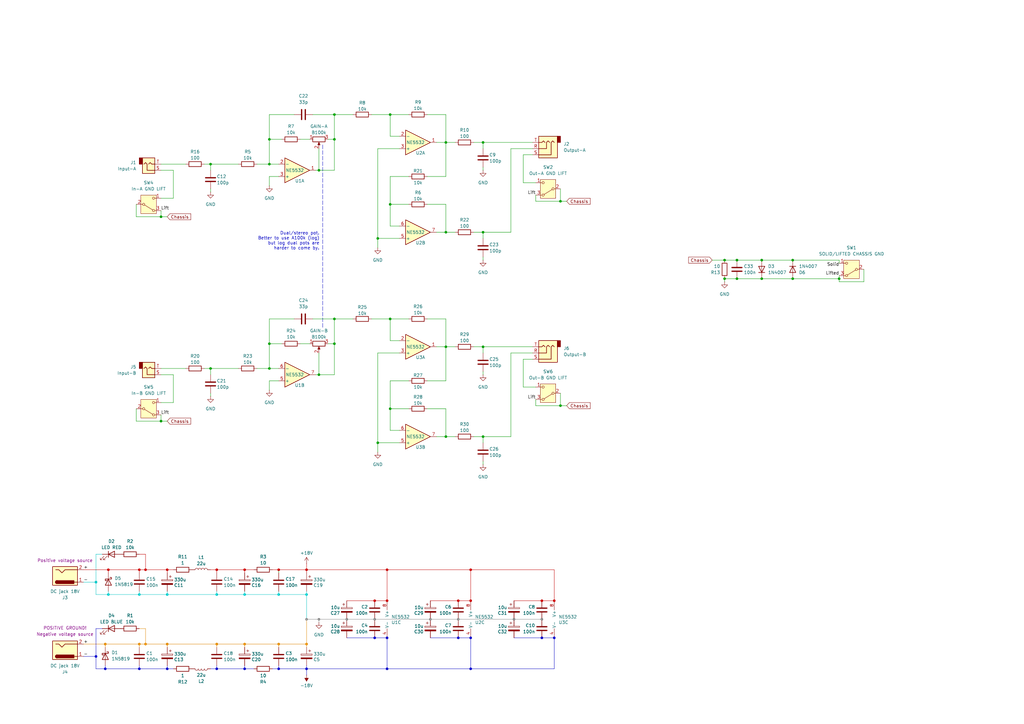
<source format=kicad_sch>
(kicad_sch (version 20250114) (generator "eeschema") (generator_version "9.0")
  (paper "A3")
  (title_block (title "Wenzel’s Transparent Balancing Opamp Boost") (date "February 2026") (rev "r2-wip-1"))
  (text "Dual/stereo pot.\nBetter to use A100k (log)\nbut log dual pots are\nharder to come by." (at 131.064 98.806 0) (effects (font (size 1.27 1.27)) (justify right)))
  (junction (at 312.42 114.3))
  (junction (at 114.3 264.16) (color 221 133 0 1))
  (junction (at 229.87 82.55))
  (junction (at 182.88 58.42))
  (junction (at 182.88 179.07))
  (junction (at 302.26 114.3))
  (junction (at 114.3 243.84) (color 0 194 194 1))
  (junction (at 68.58 233.68) (color 194 0 0 1))
  (junction (at 57.15 264.16) (color 221 133 0 1))
  (junction (at 297.18 114.3))
  (junction (at 125.73 264.16) (color 221 133 0 1))
  (junction (at 222.25 261.62) (color 0 0 194 1))
  (junction (at 100.33 274.32) (color 0 0 194 1))
  (junction (at 158.75 274.32) (color 0 0 194 1))
  (junction (at 312.42 106.68))
  (junction (at 100.33 243.84) (color 0 194 194 1))
  (junction (at 344.17 114.3))
  (junction (at 39.37 238.76) (color 0 194 194 1))
  (junction (at 182.88 95.25))
  (junction (at 86.36 151.13))
  (junction (at 130.81 153.67))
  (junction (at 193.04 261.62) (color 0 0 194 1))
  (junction (at 68.58 243.84) (color 0 194 194 1))
  (junction (at 193.04 274.32) (color 0 0 194 1))
  (junction (at 153.67 246.38) (color 194 0 0 1))
  (junction (at 176.53 254) (color 132 132 132 1))
  (junction (at 59.69 233.68) (color 194 0 0 1))
  (junction (at 57.15 274.32) (color 0 0 194 1))
  (junction (at 154.94 181.61))
  (junction (at 302.26 106.68))
  (junction (at 325.12 114.3))
  (junction (at 110.49 151.13))
  (junction (at 160.02 83.82))
  (junction (at 210.82 254) (color 132 132 132 1))
  (junction (at 160.02 130.81))
  (junction (at 114.3 233.68) (color 194 0 0 1))
  (junction (at 110.49 67.31))
  (junction (at 227.33 261.62) (color 0 0 194 1))
  (junction (at 100.33 264.16) (color 221 133 0 1))
  (junction (at 137.16 46.99))
  (junction (at 44.45 233.68) (color 194 0 0 1))
  (junction (at 187.96 261.62) (color 0 0 194 1))
  (junction (at 193.04 246.38) (color 194 0 0 1))
  (junction (at 182.88 142.24))
  (junction (at 187.96 246.38) (color 194 0 0 1))
  (junction (at 57.15 233.68) (color 194 0 0 1))
  (junction (at 297.18 106.68))
  (junction (at 43.18 264.16) (color 221 133 0 1))
  (junction (at 43.18 274.32) (color 0 0 194 1))
  (junction (at 88.9 233.68) (color 194 0 0 1))
  (junction (at 154.94 97.79))
  (junction (at 222.25 254) (color 132 132 132 1))
  (junction (at 158.75 246.38) (color 194 0 0 1))
  (junction (at 100.33 233.68) (color 194 0 0 1))
  (junction (at 66.04 172.72))
  (junction (at 68.58 274.32) (color 0 0 194 1))
  (junction (at 130.81 254) (color 132 132 132 1))
  (junction (at 222.25 246.38) (color 194 0 0 1))
  (junction (at 153.67 261.62) (color 0 0 194 1))
  (junction (at 325.12 106.68))
  (junction (at 198.12 95.25))
  (junction (at 88.9 274.32) (color 0 0 194 1))
  (junction (at 110.49 140.97))
  (junction (at 110.49 57.15))
  (junction (at 130.81 69.85))
  (junction (at 193.04 233.68) (color 194 0 0 1))
  (junction (at 57.15 243.84) (color 0 194 194 1))
  (junction (at 137.16 57.15))
  (junction (at 160.02 167.64))
  (junction (at 198.12 179.07))
  (junction (at 59.69 264.16) (color 221 133 0 1))
  (junction (at 137.16 140.97))
  (junction (at 187.96 254) (color 132 132 132 1))
  (junction (at 160.02 46.99))
  (junction (at 68.58 264.16) (color 221 133 0 1))
  (junction (at 125.73 233.68) (color 194 0 0 1))
  (junction (at 153.67 254) (color 132 132 132 1))
  (junction (at 86.36 67.31))
  (junction (at 137.16 130.81))
  (junction (at 142.24 254) (color 132 132 132 1))
  (junction (at 158.75 233.68) (color 194 0 0 1))
  (junction (at 44.45 243.84) (color 0 194 194 1))
  (junction (at 88.9 264.16) (color 221 133 0 1))
  (junction (at 39.37 269.24) (color 0 0 194 1))
  (junction (at 125.73 274.32) (color 0 0 194 1))
  (junction (at 198.12 142.24))
  (junction (at 125.73 243.84) (color 0 194 194 1))
  (junction (at 229.87 166.37))
  (junction (at 158.75 261.62) (color 0 0 194 1))
  (junction (at 125.73 254) (color 132 132 132 1))
  (junction (at 198.12 58.42))
  (junction (at 227.33 246.38) (color 194 0 0 1))
  (junction (at 88.9 243.84) (color 0 194 194 1))
  (junction (at 66.04 88.9))
  (junction (at 114.3 274.32) (color 0 0 194 1))
  (wire (pts (xy 39.37 257.81) (xy 41.91 257.81)) (stroke (width 0) (color 0 0 194 1)))
  (wire (pts (xy 130.81 144.78) (xy 130.81 153.67)))
  (wire (pts (xy 354.33 110.49) (xy 354.33 115.57)))
  (wire (pts (xy 71.12 81.28) (xy 66.04 81.28)))
  (wire (pts (xy 154.94 97.79) (xy 154.94 101.6)))
  (wire (pts (xy 57.15 274.32) (xy 57.15 273.05)) (stroke (width 0) (color 0 0 194 1)))
  (wire (pts (xy 175.26 156.21) (xy 182.88 156.21)))
  (wire (pts (xy 198.12 153.67) (xy 198.12 152.4)))
  (wire (pts (xy 88.9 233.68) (xy 88.9 234.95)) (stroke (width 0) (color 194 0 0 1)))
  (wire (pts (xy 57.15 243.84) (xy 57.15 242.57)) (stroke (width 0) (color 0 194 194 1)))
  (wire (pts (xy 86.36 67.31) (xy 83.82 67.31)))
  (wire (pts (xy 194.31 58.42) (xy 198.12 58.42)))
  (wire (pts (xy 210.82 246.38) (xy 222.25 246.38)) (stroke (width 0) (color 194 0 0 1)))
  (wire (pts (xy 66.04 170.18) (xy 66.04 172.72)))
  (wire (pts (xy 59.69 227.33) (xy 59.69 233.68)) (stroke (width 0) (color 194 0 0 1)))
  (wire (pts (xy 160.02 83.82) (xy 160.02 92.71)))
  (wire (pts (xy 39.37 243.84) (xy 44.45 243.84)) (stroke (width 0) (color 0 194 194 1)))
  (polyline (pts (xy 132.334 59.436) (xy 132.334 134.366)) (stroke (width 0) (type dash)))
  (wire (pts (xy 125.73 233.68) (xy 125.73 234.95)) (stroke (width 0) (color 194 0 0 1)))
  (wire (pts (xy 125.73 243.84) (xy 125.73 242.57)) (stroke (width 0) (color 0 194 194 1)))
  (wire (pts (xy 110.49 72.39) (xy 114.3 72.39)))
  (wire (pts (xy 129.54 153.67) (xy 130.81 153.67)))
  (wire (pts (xy 182.88 83.82) (xy 182.88 95.25)))
  (wire (pts (xy 68.58 242.57) (xy 68.58 243.84)) (stroke (width 0) (color 0 194 194 1)))
  (wire (pts (xy 44.45 233.68) (xy 57.15 233.68)) (stroke (width 0) (color 194 0 0 1)))
  (wire (pts (xy 182.88 179.07) (xy 179.07 179.07)))
  (wire (pts (xy 194.31 179.07) (xy 198.12 179.07)))
  (wire (pts (xy 114.3 243.84) (xy 125.73 243.84)) (stroke (width 0) (color 0 194 194 1)))
  (wire (pts (xy 209.55 179.07) (xy 198.12 179.07)))
  (wire (pts (xy 344.17 107.95) (xy 344.17 106.68)))
  (wire (pts (xy 325.12 114.3) (xy 344.17 114.3)))
  (wire (pts (xy 123.19 140.97) (xy 127 140.97)))
  (wire (pts (xy 44.45 234.95) (xy 44.45 233.68)) (stroke (width 0) (color 194 0 0 1)))
  (wire (pts (xy 182.88 46.99) (xy 182.88 58.42)))
  (wire (pts (xy 39.37 269.24) (xy 39.37 274.32)) (stroke (width 0) (color 0 0 194 1)))
  (wire (pts (xy 57.15 264.16) (xy 59.69 264.16)) (stroke (width 0) (color 221 133 0 1)))
  (wire (pts (xy 66.04 69.85) (xy 71.12 69.85)))
  (wire (pts (xy 66.04 86.36) (xy 66.04 88.9)))
  (wire (pts (xy 34.29 264.16) (xy 43.18 264.16)) (stroke (width 0) (color 221 133 0 1)))
  (wire (pts (xy 86.36 274.32) (xy 88.9 274.32)) (stroke (width 0) (color 0 0 194 1)))
  (wire (pts (xy 182.88 95.25) (xy 186.69 95.25)))
  (wire (pts (xy 110.49 76.2) (xy 110.49 72.39)))
  (wire (pts (xy 198.12 58.42) (xy 218.44 58.42)))
  (wire (pts (xy 210.82 254) (xy 222.25 254)) (stroke (width 0) (color 132 132 132 1)))
  (wire (pts (xy 229.87 82.55) (xy 229.87 77.47)))
  (wire (pts (xy 292.1 106.68) (xy 297.18 106.68)))
  (wire (pts (xy 134.62 57.15) (xy 137.16 57.15)))
  (wire (pts (xy 55.88 172.72) (xy 66.04 172.72)))
  (wire (pts (xy 198.12 95.25) (xy 198.12 97.79)))
  (wire (pts (xy 44.45 243.84) (xy 57.15 243.84)) (stroke (width 0) (color 0 194 194 1)))
  (wire (pts (xy 68.58 264.16) (xy 88.9 264.16)) (stroke (width 0) (color 221 133 0 1)))
  (wire (pts (xy 66.04 172.72) (xy 68.58 172.72)))
  (wire (pts (xy 57.15 243.84) (xy 68.58 243.84)) (stroke (width 0) (color 0 194 194 1)))
  (wire (pts (xy 193.04 261.62) (xy 193.04 274.32)) (stroke (width 0) (color 0 0 194 1)))
  (wire (pts (xy 297.18 114.3) (xy 297.18 115.57)))
  (wire (pts (xy 55.88 167.64) (xy 55.88 172.72)))
  (wire (pts (xy 86.36 162.56) (xy 86.36 161.29)))
  (wire (pts (xy 114.3 264.16) (xy 125.73 264.16)) (stroke (width 0) (color 221 133 0 1)))
  (wire (pts (xy 105.41 151.13) (xy 110.49 151.13)))
  (wire (pts (xy 55.88 88.9) (xy 66.04 88.9)))
  (wire (pts (xy 115.57 140.97) (xy 110.49 140.97)))
  (wire (pts (xy 198.12 142.24) (xy 198.12 144.78)))
  (wire (pts (xy 68.58 274.32) (xy 71.12 274.32)) (stroke (width 0) (color 0 0 194 1)))
  (wire (pts (xy 110.49 151.13) (xy 114.3 151.13)))
  (wire (pts (xy 114.3 233.68) (xy 125.73 233.68)) (stroke (width 0) (color 194 0 0 1)))
  (wire (pts (xy 100.33 233.68) (xy 104.14 233.68)) (stroke (width 0) (color 194 0 0 1)))
  (wire (pts (xy 130.81 254) (xy 130.81 255.27)) (stroke (width 0) (color 132 132 132 1)))
  (wire (pts (xy 222.25 246.38) (xy 227.33 246.38)) (stroke (width 0) (color 194 0 0 1)))
  (wire (pts (xy 59.69 264.16) (xy 68.58 264.16)) (stroke (width 0) (color 221 133 0 1)))
  (wire (pts (xy 167.64 130.81) (xy 160.02 130.81)))
  (wire (pts (xy 312.42 106.68) (xy 325.12 106.68)))
  (wire (pts (xy 198.12 58.42) (xy 198.12 60.96)))
  (wire (pts (xy 39.37 227.33) (xy 39.37 238.76)) (stroke (width 0) (color 0 194 194 1)))
  (wire (pts (xy 110.49 57.15) (xy 110.49 67.31)))
  (wire (pts (xy 154.94 144.78) (xy 154.94 181.61)))
  (wire (pts (xy 43.18 265.43) (xy 43.18 264.16)) (stroke (width 0) (color 221 133 0 1)))
  (wire (pts (xy 158.75 246.38) (xy 158.75 233.68)) (stroke (width 0) (color 194 0 0 1)))
  (wire (pts (xy 302.26 106.68) (xy 312.42 106.68)))
  (wire (pts (xy 110.49 46.99) (xy 110.49 57.15)))
  (wire (pts (xy 198.12 190.5) (xy 198.12 189.23)))
  (wire (pts (xy 57.15 265.43) (xy 57.15 264.16)) (stroke (width 0) (color 221 133 0 1)))
  (wire (pts (xy 209.55 95.25) (xy 198.12 95.25)))
  (wire (pts (xy 125.73 243.84) (xy 125.73 254)) (stroke (width 0) (color 0 194 194 1)))
  (wire (pts (xy 176.53 261.62) (xy 187.96 261.62)) (stroke (width 0) (color 0 0 194 1)))
  (wire (pts (xy 125.73 274.32) (xy 158.75 274.32)) (stroke (width 0) (color 0 0 194 1)))
  (wire (pts (xy 227.33 246.38) (xy 227.33 233.68)) (stroke (width 0) (color 194 0 0 1)))
  (wire (pts (xy 219.71 166.37) (xy 229.87 166.37)))
  (wire (pts (xy 86.36 151.13) (xy 83.82 151.13)))
  (wire (pts (xy 59.69 233.68) (xy 68.58 233.68)) (stroke (width 0) (color 194 0 0 1)))
  (wire (pts (xy 175.26 46.99) (xy 182.88 46.99)))
  (wire (pts (xy 198.12 69.85) (xy 198.12 68.58)))
  (wire (pts (xy 43.18 274.32) (xy 57.15 274.32)) (stroke (width 0) (color 0 0 194 1)))
  (wire (pts (xy 68.58 243.84) (xy 88.9 243.84)) (stroke (width 0) (color 0 194 194 1)))
  (wire (pts (xy 39.37 274.32) (xy 43.18 274.32)) (stroke (width 0) (color 0 0 194 1)))
  (wire (pts (xy 176.53 254) (xy 187.96 254)) (stroke (width 0) (color 132 132 132 1)))
  (wire (pts (xy 86.36 78.74) (xy 86.36 77.47)))
  (wire (pts (xy 167.64 83.82) (xy 160.02 83.82)))
  (wire (pts (xy 153.67 261.62) (xy 158.75 261.62)) (stroke (width 0) (color 0 0 194 1)))
  (wire (pts (xy 115.57 57.15) (xy 110.49 57.15)))
  (wire (pts (xy 57.15 234.95) (xy 57.15 233.68)) (stroke (width 0) (color 194 0 0 1)))
  (wire (pts (xy 66.04 151.13) (xy 76.2 151.13)))
  (wire (pts (xy 354.33 115.57) (xy 344.17 115.57)))
  (wire (pts (xy 163.83 60.96) (xy 154.94 60.96)))
  (wire (pts (xy 130.81 254) (xy 142.24 254)) (stroke (width 0) (color 132 132 132 1)))
  (wire (pts (xy 163.83 97.79) (xy 154.94 97.79)))
  (wire (pts (xy 187.96 254) (xy 210.82 254)) (stroke (width 0) (color 132 132 132 1)))
  (wire (pts (xy 229.87 166.37) (xy 232.41 166.37)))
  (wire (pts (xy 163.83 181.61) (xy 154.94 181.61)))
  (wire (pts (xy 125.73 273.05) (xy 125.73 274.32)) (stroke (width 0) (color 0 0 194 1)))
  (wire (pts (xy 198.12 179.07) (xy 198.12 181.61)))
  (wire (pts (xy 110.49 140.97) (xy 110.49 151.13)))
  (wire (pts (xy 57.15 274.32) (xy 68.58 274.32)) (stroke (width 0) (color 0 0 194 1)))
  (wire (pts (xy 160.02 72.39) (xy 160.02 83.82)))
  (wire (pts (xy 167.64 156.21) (xy 160.02 156.21)))
  (wire (pts (xy 57.15 257.81) (xy 59.69 257.81)) (stroke (width 0) (color 221 133 0 1)))
  (wire (pts (xy 137.16 130.81) (xy 137.16 140.97)))
  (wire (pts (xy 218.44 63.5) (xy 214.63 63.5)))
  (wire (pts (xy 175.26 167.64) (xy 182.88 167.64)))
  (wire (pts (xy 219.71 80.01) (xy 219.71 82.55)))
  (wire (pts (xy 100.33 264.16) (xy 114.3 264.16)) (stroke (width 0) (color 221 133 0 1)))
  (wire (pts (xy 153.67 246.38) (xy 158.75 246.38)) (stroke (width 0) (color 194 0 0 1)))
  (wire (pts (xy 86.36 67.31) (xy 97.79 67.31)))
  (wire (pts (xy 86.36 151.13) (xy 97.79 151.13)))
  (wire (pts (xy 68.58 273.05) (xy 68.58 274.32)) (stroke (width 0) (color 0 0 194 1)))
  (wire (pts (xy 100.33 233.68) (xy 88.9 233.68)) (stroke (width 0) (color 194 0 0 1)))
  (wire (pts (xy 218.44 60.96) (xy 209.55 60.96)))
  (wire (pts (xy 142.24 254) (xy 153.67 254)) (stroke (width 0) (color 132 132 132 1)))
  (wire (pts (xy 160.02 167.64) (xy 160.02 176.53)))
  (wire (pts (xy 160.02 92.71) (xy 163.83 92.71)))
  (wire (pts (xy 158.75 274.32) (xy 193.04 274.32)) (stroke (width 0) (color 0 0 194 1)))
  (wire (pts (xy 182.88 142.24) (xy 179.07 142.24)))
  (wire (pts (xy 34.29 233.68) (xy 44.45 233.68)) (stroke (width 0) (color 194 0 0 1)))
  (wire (pts (xy 142.24 246.38) (xy 153.67 246.38)) (stroke (width 0) (color 194 0 0 1)))
  (wire (pts (xy 137.16 57.15) (xy 137.16 69.85)))
  (wire (pts (xy 66.04 153.67) (xy 71.12 153.67)))
  (wire (pts (xy 68.58 234.95) (xy 68.58 233.68)) (stroke (width 0) (color 194 0 0 1)))
  (wire (pts (xy 88.9 243.84) (xy 100.33 243.84)) (stroke (width 0) (color 0 194 194 1)))
  (wire (pts (xy 163.83 144.78) (xy 154.94 144.78)))
  (wire (pts (xy 182.88 179.07) (xy 186.69 179.07)))
  (wire (pts (xy 57.15 233.68) (xy 59.69 233.68)) (stroke (width 0) (color 194 0 0 1)))
  (wire (pts (xy 182.88 156.21) (xy 182.88 142.24)))
  (wire (pts (xy 120.65 46.99) (xy 110.49 46.99)))
  (wire (pts (xy 344.17 113.03) (xy 344.17 114.3)))
  (wire (pts (xy 210.82 261.62) (xy 222.25 261.62)) (stroke (width 0) (color 0 0 194 1)))
  (wire (pts (xy 160.02 46.99) (xy 160.02 55.88)))
  (wire (pts (xy 214.63 63.5) (xy 214.63 74.93)))
  (wire (pts (xy 88.9 242.57) (xy 88.9 243.84)) (stroke (width 0) (color 0 194 194 1)))
  (wire (pts (xy 128.27 46.99) (xy 137.16 46.99)))
  (wire (pts (xy 158.75 233.68) (xy 193.04 233.68)) (stroke (width 0) (color 194 0 0 1)))
  (wire (pts (xy 187.96 261.62) (xy 193.04 261.62)) (stroke (width 0) (color 0 0 194 1)))
  (wire (pts (xy 128.27 130.81) (xy 137.16 130.81)))
  (wire (pts (xy 68.58 264.16) (xy 68.58 265.43)) (stroke (width 0) (color 221 133 0 1)))
  (wire (pts (xy 86.36 69.85) (xy 86.36 67.31)))
  (wire (pts (xy 176.53 246.38) (xy 187.96 246.38)) (stroke (width 0) (color 194 0 0 1)))
  (wire (pts (xy 229.87 166.37) (xy 229.87 161.29)))
  (wire (pts (xy 198.12 106.68) (xy 198.12 105.41)))
  (wire (pts (xy 39.37 257.81) (xy 39.37 269.24)) (stroke (width 0) (color 0 0 194 1)))
  (wire (pts (xy 219.71 82.55) (xy 229.87 82.55)))
  (wire (pts (xy 137.16 130.81) (xy 144.78 130.81)))
  (wire (pts (xy 167.64 72.39) (xy 160.02 72.39)))
  (wire (pts (xy 125.73 233.68) (xy 158.75 233.68)) (stroke (width 0) (color 194 0 0 1)))
  (wire (pts (xy 88.9 274.32) (xy 100.33 274.32)) (stroke (width 0) (color 0 0 194 1)))
  (wire (pts (xy 167.64 167.64) (xy 160.02 167.64)))
  (wire (pts (xy 111.76 233.68) (xy 114.3 233.68)) (stroke (width 0) (color 194 0 0 1)))
  (wire (pts (xy 182.88 130.81) (xy 182.88 142.24)))
  (wire (pts (xy 100.33 274.32) (xy 104.14 274.32)) (stroke (width 0) (color 0 0 194 1)))
  (wire (pts (xy 105.41 67.31) (xy 110.49 67.31)))
  (wire (pts (xy 34.29 269.24) (xy 39.37 269.24)) (stroke (width 0) (color 0 0 194 1)))
  (wire (pts (xy 71.12 153.67) (xy 71.12 165.1)))
  (wire (pts (xy 325.12 106.68) (xy 344.17 106.68)))
  (wire (pts (xy 114.3 274.32) (xy 125.73 274.32)) (stroke (width 0) (color 0 0 194 1)))
  (wire (pts (xy 182.88 167.64) (xy 182.88 179.07)))
  (wire (pts (xy 137.16 46.99) (xy 137.16 57.15)))
  (wire (pts (xy 110.49 156.21) (xy 114.3 156.21)))
  (wire (pts (xy 160.02 55.88) (xy 163.83 55.88)))
  (wire (pts (xy 114.3 274.32) (xy 114.3 273.05)) (stroke (width 0) (color 0 0 194 1)))
  (wire (pts (xy 193.04 246.38) (xy 193.04 233.68)) (stroke (width 0) (color 194 0 0 1)))
  (wire (pts (xy 110.49 67.31) (xy 114.3 67.31)))
  (wire (pts (xy 142.24 261.62) (xy 153.67 261.62)) (stroke (width 0) (color 0 0 194 1)))
  (wire (pts (xy 137.16 140.97) (xy 137.16 153.67)))
  (wire (pts (xy 123.19 57.15) (xy 127 57.15)))
  (wire (pts (xy 43.18 274.32) (xy 43.18 273.05)) (stroke (width 0) (color 0 0 194 1)))
  (wire (pts (xy 66.04 67.31) (xy 76.2 67.31)))
  (wire (pts (xy 198.12 142.24) (xy 218.44 142.24)))
  (wire (pts (xy 302.26 114.3) (xy 312.42 114.3)))
  (wire (pts (xy 219.71 163.83) (xy 219.71 166.37)))
  (wire (pts (xy 125.73 264.16) (xy 125.73 265.43)) (stroke (width 0) (color 221 133 0 1)))
  (wire (pts (xy 88.9 265.43) (xy 88.9 264.16)) (stroke (width 0) (color 221 133 0 1)))
  (wire (pts (xy 120.65 130.81) (xy 110.49 130.81)))
  (wire (pts (xy 68.58 233.68) (xy 71.12 233.68)) (stroke (width 0) (color 194 0 0 1)))
  (wire (pts (xy 100.33 265.43) (xy 100.33 264.16)) (stroke (width 0) (color 221 133 0 1)))
  (wire (pts (xy 137.16 69.85) (xy 130.81 69.85)))
  (wire (pts (xy 182.88 72.39) (xy 182.88 58.42)))
  (wire (pts (xy 209.55 144.78) (xy 209.55 179.07)))
  (wire (pts (xy 44.45 243.84) (xy 44.45 242.57)) (stroke (width 0) (color 0 194 194 1)))
  (wire (pts (xy 43.18 264.16) (xy 57.15 264.16)) (stroke (width 0) (color 221 133 0 1)))
  (wire (pts (xy 193.04 233.68) (xy 227.33 233.68)) (stroke (width 0) (color 194 0 0 1)))
  (wire (pts (xy 88.9 264.16) (xy 100.33 264.16)) (stroke (width 0) (color 221 133 0 1)))
  (wire (pts (xy 129.54 69.85) (xy 130.81 69.85)))
  (wire (pts (xy 160.02 139.7) (xy 163.83 139.7)))
  (wire (pts (xy 134.62 140.97) (xy 137.16 140.97)))
  (wire (pts (xy 182.88 142.24) (xy 186.69 142.24)))
  (wire (pts (xy 160.02 156.21) (xy 160.02 167.64)))
  (wire (pts (xy 182.88 58.42) (xy 179.07 58.42)))
  (wire (pts (xy 100.33 273.05) (xy 100.33 274.32)) (stroke (width 0) (color 0 0 194 1)))
  (wire (pts (xy 55.88 83.82) (xy 55.88 88.9)))
  (wire (pts (xy 153.67 254) (xy 176.53 254)) (stroke (width 0) (color 132 132 132 1)))
  (wire (pts (xy 227.33 261.62) (xy 227.33 274.32)) (stroke (width 0) (color 0 0 194 1)))
  (wire (pts (xy 125.73 274.32) (xy 125.73 276.86)) (stroke (width 0) (color 0 0 194 1)))
  (wire (pts (xy 154.94 181.61) (xy 154.94 185.42)))
  (wire (pts (xy 100.33 243.84) (xy 114.3 243.84)) (stroke (width 0) (color 0 194 194 1)))
  (wire (pts (xy 344.17 115.57) (xy 344.17 114.3)))
  (wire (pts (xy 100.33 234.95) (xy 100.33 233.68)) (stroke (width 0) (color 194 0 0 1)))
  (wire (pts (xy 297.18 114.3) (xy 302.26 114.3)))
  (wire (pts (xy 111.76 274.32) (xy 114.3 274.32)) (stroke (width 0) (color 0 0 194 1)))
  (wire (pts (xy 175.26 130.81) (xy 182.88 130.81)))
  (wire (pts (xy 86.36 233.68) (xy 88.9 233.68)) (stroke (width 0) (color 194 0 0 1)))
  (wire (pts (xy 214.63 147.32) (xy 214.63 158.75)))
  (wire (pts (xy 137.16 153.67) (xy 130.81 153.67)))
  (wire (pts (xy 34.29 238.76) (xy 39.37 238.76)) (stroke (width 0) (color 0 194 194 1)))
  (wire (pts (xy 194.31 95.25) (xy 198.12 95.25)))
  (wire (pts (xy 152.4 46.99) (xy 160.02 46.99)))
  (wire (pts (xy 160.02 176.53) (xy 163.83 176.53)))
  (wire (pts (xy 182.88 95.25) (xy 179.07 95.25)))
  (wire (pts (xy 114.3 234.95) (xy 114.3 233.68)))
  (wire (pts (xy 193.04 274.32) (xy 227.33 274.32)) (stroke (width 0) (color 0 0 194 1)))
  (wire (pts (xy 110.49 160.02) (xy 110.49 156.21)))
  (wire (pts (xy 137.16 46.99) (xy 144.78 46.99)))
  (wire (pts (xy 125.73 254) (xy 125.73 264.16)) (stroke (width 0) (color 221 133 0 1)))
  (wire (pts (xy 57.15 227.33) (xy 59.69 227.33)) (stroke (width 0) (color 194 0 0 1)))
  (wire (pts (xy 66.04 88.9) (xy 68.58 88.9)))
  (wire (pts (xy 209.55 60.96) (xy 209.55 95.25)))
  (wire (pts (xy 125.73 231.14) (xy 125.73 233.68)) (stroke (width 0) (color 194 0 0 1)))
  (wire (pts (xy 39.37 227.33) (xy 41.91 227.33)) (stroke (width 0) (color 0 194 194 1)))
  (wire (pts (xy 312.42 114.3) (xy 325.12 114.3)))
  (wire (pts (xy 158.75 261.62) (xy 158.75 274.32)) (stroke (width 0) (color 0 0 194 1)))
  (wire (pts (xy 194.31 142.24) (xy 198.12 142.24)))
  (wire (pts (xy 125.73 254) (xy 130.81 254)) (stroke (width 0) (color 132 132 132 1)))
  (wire (pts (xy 71.12 165.1) (xy 66.04 165.1)))
  (wire (pts (xy 214.63 74.93) (xy 219.71 74.93)))
  (wire (pts (xy 71.12 69.85) (xy 71.12 81.28)))
  (wire (pts (xy 214.63 158.75) (xy 219.71 158.75)))
  (wire (pts (xy 114.3 265.43) (xy 114.3 264.16)) (stroke (width 0) (color 221 133 0 1)))
  (wire (pts (xy 154.94 60.96) (xy 154.94 97.79)))
  (wire (pts (xy 222.25 261.62) (xy 227.33 261.62)) (stroke (width 0) (color 0 0 194 1)))
  (wire (pts (xy 59.69 257.81) (xy 59.69 264.16)) (stroke (width 0) (color 221 133 0 1)))
  (wire (pts (xy 297.18 106.68) (xy 302.26 106.68)))
  (wire (pts (xy 152.4 130.81) (xy 160.02 130.81)))
  (wire (pts (xy 175.26 83.82) (xy 182.88 83.82)))
  (wire (pts (xy 114.3 243.84) (xy 114.3 242.57)) (stroke (width 0) (color 0 194 194 1)))
  (wire (pts (xy 175.26 72.39) (xy 182.88 72.39)))
  (wire (pts (xy 229.87 82.55) (xy 232.41 82.55)))
  (wire (pts (xy 88.9 273.05) (xy 88.9 274.32)) (stroke (width 0) (color 0 0 194 1)))
  (wire (pts (xy 39.37 238.76) (xy 39.37 243.84)) (stroke (width 0) (color 0 194 194 1)))
  (wire (pts (xy 110.49 130.81) (xy 110.49 140.97)))
  (wire (pts (xy 100.33 242.57) (xy 100.33 243.84)) (stroke (width 0) (color 0 194 194 1)))
  (wire (pts (xy 214.63 147.32) (xy 218.44 147.32)))
  (wire (pts (xy 160.02 130.81) (xy 160.02 139.7)))
  (wire (pts (xy 167.64 46.99) (xy 160.02 46.99)))
  (wire (pts (xy 218.44 144.78) (xy 209.55 144.78)))
  (wire (pts (xy 182.88 58.42) (xy 186.69 58.42)))
  (wire (pts (xy 86.36 153.67) (xy 86.36 151.13)))
  (wire (pts (xy 130.81 60.96) (xy 130.81 69.85)))
  (wire (pts (xy 187.96 246.38) (xy 193.04 246.38)) (stroke (width 0) (color 194 0 0 1)))
  (label "-" (at 34.29 238.76 0))
  (label "-" (at 34.29 269.24 0))
  (label "+" (at 34.29 233.68 0))
  (label "Lift" (at 66.04 170.18 0))
  (label "Lift" (at 219.71 80.01 180))
  (label "Lift" (at 66.04 86.36 0))
  (label "+" (at 34.29 264.16 0))
  (label "Lift" (at 219.71 163.83 180))
  (label "Lifted" (at 344.17 113.03 180))
  (label "Solid" (at 344.17 107.95 180))
  (global_label "Chassis" (shape input) (at 292.1 106.68 180) (property "Intersheetrefs" "${INTERSHEET_REFS}" (effects (hide yes))))
  (global_label "Chassis" (shape input) (at 232.41 166.37 0) (property "Intersheetrefs" "${INTERSHEET_REFS}" (effects (hide yes))))
  (global_label "Chassis" (shape input) (at 68.58 172.72 0) (property "Intersheetrefs" "${INTERSHEET_REFS}" (effects (hide yes))))
  (global_label "Chassis" (shape input) (at 68.58 88.9 0) (property "Intersheetrefs" "${INTERSHEET_REFS}" (effects (hide yes))))
  (global_label "Chassis" (shape input) (at 232.41 82.55 0) (property "Intersheetrefs" "${INTERSHEET_REFS}" (effects (hide yes))))
  (symbol (lib_id "Device:R") (at 148.59 46.99 90) (unit 1)
    (property "Reference" "R8" (at 148.59 42.164 90))
    (property "Value" "10k" (at 148.59 44.704 90))
    (property "Description" "Resistor" (effects (hide yes)))
  )
  (symbol (lib_id "power:GND") (at 110.49 160.02 0) (unit 1)
    (property "Reference" "#PWR023" (effects (hide yes)))
    (property "Value" "GND" (at 110.49 165.1 0))
    (property "Description" "Power symbol creates a global label with name \"GND\" , ground" (effects (hide yes)))
  )
  (symbol (lib_id "Amplifier_Operational:NE5532") (at 171.45 58.42 0) (mirror x) (unit 1)
    (property "Reference" "U2" (at 172.466 62.738 0))
    (property "Value" "NE5532" (at 170.434 58.42 0))
    (property "Datasheet" "http://www.ti.com/lit/ds/symlink/ne5532.pdf" (effects (hide yes)))
    (property "Description" "Dual Low-Noise Operational Amplifiers, DIP-8/SOIC-8" (effects (hide yes)))
  )
  (symbol (lib_id "power:GND") (at 86.36 162.56 0) (unit 1)
    (property "Reference" "#PWR022" (effects (hide yes)))
    (property "Value" "GND" (at 86.36 167.64 0))
    (property "Description" "Power symbol creates a global label with name \"GND\" , ground" (effects (hide yes)))
  )
  (symbol (lib_id "power:VCC") (at 125.73 231.14 0) (unit 1)
    (property "Reference" "#PWR017" (effects (hide yes)))
    (property "Value" "+18V" (at 125.73 226.822 0))
    (property "Description" "Power symbol creates a global label with name \"VCC\"" (effects (hide yes)))
  )
  (symbol (lib_id "Amplifier_Operational:NE5532") (at 171.45 95.25 0) (mirror x) (unit 2)
    (property "Reference" "U2" (at 172.466 99.568 0))
    (property "Value" "NE5532" (at 170.434 95.25 0))
    (property "Datasheet" "http://www.ti.com/lit/ds/symlink/ne5532.pdf" (effects (hide yes)))
    (property "Description" "Dual Low-Noise Operational Amplifiers, DIP-8/SOIC-8" (effects (hide yes)))
  )
  (symbol (lib_id "Device:R") (at 107.95 233.68 270) (unit 1)
    (property "Reference" "R3" (at 107.95 228.346 90))
    (property "Value" "10" (at 107.95 230.886 90))
    (property "Description" "Resistor" (effects (hide yes)))
  )
  (symbol (lib_id "Device:C_Polarized") (at 142.24 257.81 0) (unit 1)
    (property "Reference" "C28" (at 139.446 259.08 0) (effects (justify right)))
    (property "Value" "10u" (at 139.446 256.794 0) (effects (justify right)))
    (property "Description" "Polarized capacitor" (effects (hide yes)))
  )
  (symbol (lib_id "power:GND") (at 154.94 185.42 0) (unit 1)
    (property "Reference" "#PWR024" (effects (hide yes)))
    (property "Value" "GND" (at 154.94 190.5 0))
    (property "Description" "Power symbol creates a global label with name \"GND\" , ground" (effects (hide yes)))
  )
  (symbol (lib_id "Device:C_Polarized") (at 125.73 238.76 0) (mirror y) (unit 1)
    (property "Reference" "C19" (at 128.524 240.03 0) (effects (justify right)))
    (property "Value" "330u" (at 128.524 237.744 0) (effects (justify right)))
    (property "Description" "Polarized capacitor" (effects (hide yes)))
  )
  (symbol (lib_id "Device:LED") (at 45.72 257.81 0) (unit 1)
    (property "Reference" "D4" (at 45.72 252.476 0))
    (property "Value" "LED BLUE" (at 45.72 255.016 0))
    (property "Description" "Light emitting diode" (effects (hide yes)))
  )
  (symbol (lib_id "Device:R_Potentiometer") (at 130.81 57.15 90) (mirror x) (unit 1)
    (property "Reference" "GAIN-A" (at 130.81 51.816 90))
    (property "Value" "B100k" (at 130.81 54.356 90))
    (property "Description" "Potentiometer" (effects (hide yes)))
  )
  (symbol (lib_id "Device:R") (at 53.34 227.33 270) (unit 1)
    (property "Reference" "R2" (at 53.34 221.996 90))
    (property "Value" "10k" (at 53.34 224.536 90))
    (property "Description" "Resistor" (effects (hide yes)))
  )
  (symbol (lib_id "Device:C") (at 198.12 64.77 0) (unit 1)
    (property "Reference" "C9" (at 200.66 63.4999 0) (effects (justify left)))
    (property "Value" "100p" (at 200.66 66.0399 0) (effects (justify left)))
    (property "Description" "Unpolarized capacitor" (effects (hide yes)))
  )
  (symbol (lib_id "Diode:1N5819") (at 43.18 269.24 270) (unit 1)
    (property "Reference" "D1" (at 45.72 267.6524 90) (effects (justify left)))
    (property "Value" "1N5819" (at 45.72 270.1924 90) (effects (justify left)))
    (property "Footprint" "Diode_THT:D_DO-41_SOD81_P10.16mm_Horizontal" (effects (hide yes)))
    (property "Datasheet" "http://www.vishay.com/docs/88525/1n5817.pdf" (effects (hide yes)))
    (property "Description" "40V 1A Schottky Barrier Rectifier Diode, DO-41" (effects (hide yes)))
  )
  (symbol (lib_id "Device:R") (at 101.6 151.13 90) (unit 1)
    (property "Reference" "R23" (at 101.6 146.05 90))
    (property "Value" "10k" (at 101.6 148.59 90))
    (property "Description" "Resistor" (effects (hide yes)))
  )
  (symbol (lib_id "Device:C_Polarized") (at 176.53 257.81 0) (unit 1)
    (property "Reference" "C30" (at 173.736 259.08 0) (effects (justify right)))
    (property "Value" "10u" (at 173.736 256.794 0) (effects (justify right)))
    (property "Description" "Polarized capacitor" (effects (hide yes)))
  )
  (symbol (lib_id "Device:C_Polarized") (at 210.82 257.81 0) (unit 1)
    (property "Reference" "C32" (at 208.026 259.08 0) (effects (justify right)))
    (property "Value" "10u" (at 208.026 256.794 0) (effects (justify right)))
    (property "Description" "Polarized capacitor" (effects (hide yes)))
  )
  (symbol (lib_id "Connector_Audio:AudioJack3") (at 223.52 144.78 180) (unit 1)
    (property "Reference" "J6" (at 231.14 142.8749 0) (effects (justify right)))
    (property "Value" "Output-B" (at 231.14 145.4149 0) (effects (justify right)))
    (property "Description" "Audio Jack, 3 Poles (Stereo / TRS)" (effects (hide yes)))
  )
  (symbol (lib_id "power:GND") (at 297.18 115.57 0) (unit 1)
    (property "Reference" "#PWR010" (effects (hide yes)))
    (property "Value" "GND" (at 297.18 120.65 0))
    (property "Description" "Power symbol creates a global label with name \"GND\" , ground" (effects (hide yes)))
  )
  (symbol (lib_id "Device:R") (at 190.5 58.42 90) (unit 1)
    (property "Reference" "R10" (at 190.5 53.34 90))
    (property "Value" "100" (at 190.5 55.88 90))
    (property "Description" "Resistor" (effects (hide yes)))
  )
  (symbol (lib_id "Diode:1N4007") (at 325.12 110.49 90) (mirror x) (unit 1)
    (property "Reference" "D6" (at 327.66 111.7601 90) (effects (justify right)))
    (property "Value" "1N4007" (at 327.66 109.2201 90) (effects (justify right)))
    (property "Footprint" "Diode_THT:D_DO-41_SOD81_P10.16mm_Horizontal" (effects (hide yes)))
    (property "Datasheet" "http://www.vishay.com/docs/88503/1n4001.pdf" (effects (hide yes)))
    (property "Description" "1000V 1A General Purpose Rectifier Diode, DO-41" (effects (hide yes)))
    (property "Sim.Device" "D" (effects (hide yes)))
    (property "Sim.Pins" "1=K 2=A" (effects (hide yes)))
  )
  (symbol (lib_id "Device:R") (at 148.59 130.81 90) (unit 1)
    (property "Reference" "R25" (at 148.59 125.984 90))
    (property "Value" "10k" (at 148.59 128.524 90))
    (property "Description" "Resistor" (effects (hide yes)))
  )
  (symbol (lib_id "Device:C") (at 198.12 101.6 0) (unit 1)
    (property "Reference" "C23" (at 200.66 100.3299 0) (effects (justify left)))
    (property "Value" "100p" (at 200.66 102.8699 0) (effects (justify left)))
    (property "Description" "Unpolarized capacitor" (effects (hide yes)))
  )
  (symbol (lib_id "Device:R") (at 171.45 72.39 90) (unit 1)
    (property "Reference" "R21" (at 171.45 70.104 90))
    (property "Value" "10k" (at 171.45 74.93 90))
    (property "Description" "Resistor" (effects (hide yes)))
  )
  (symbol (lib_id "Device:C") (at 187.96 250.19 0) (mirror y) (unit 1)
    (property "Reference" "C6" (at 185.166 248.92 0) (effects (justify left)))
    (property "Value" "100n" (at 185.166 251.46 0) (effects (justify left)))
    (property "Description" "Unpolarized capacitor" (effects (hide yes)))
    (property "Field5" "Film" (effects (hide yes)))
  )
  (symbol (lib_id "power:GND") (at 198.12 69.85 0) (unit 1)
    (property "Reference" "#PWR08" (effects (hide yes)))
    (property "Value" "GND" (at 198.12 74.93 0))
    (property "Description" "Power symbol creates a global label with name \"GND\" , ground" (effects (hide yes)))
  )
  (symbol (lib_id "Device:R") (at 74.93 233.68 270) (unit 1)
    (property "Reference" "R11" (at 74.93 228.346 90))
    (property "Value" "1" (at 74.93 230.886 90))
    (property "Description" "Resistor" (effects (hide yes)))
  )
  (symbol (lib_id "Device:C") (at 153.67 250.19 0) (mirror y) (unit 1)
    (property "Reference" "C2" (at 150.876 248.92 0) (effects (justify left)))
    (property "Value" "100n" (at 150.876 251.46 0) (effects (justify left)))
    (property "Description" "Unpolarized capacitor" (effects (hide yes)))
    (property "Field5" "Film" (effects (hide yes)))
  )
  (symbol (lib_id "Device:R") (at 101.6 67.31 90) (unit 1)
    (property "Reference" "R5" (at 101.6 62.23 90))
    (property "Value" "10k" (at 101.6 64.77 90))
    (property "Description" "Resistor" (effects (hide yes)))
  )
  (symbol (lib_id "Device:C") (at 57.15 238.76 0) (unit 1)
    (property "Reference" "C15" (at 59.944 237.49 0) (effects (justify left)))
    (property "Value" "100n" (at 59.944 240.03 0) (effects (justify left)))
    (property "Description" "Unpolarized capacitor" (effects (hide yes)))
    (property "Field5" "Film" (effects (hide yes)))
  )
  (symbol (lib_id "Device:R") (at 171.45 156.21 90) (unit 1)
    (property "Reference" "R27" (at 171.45 153.924 90))
    (property "Value" "10k" (at 171.45 158.75 90))
    (property "Description" "Resistor" (effects (hide yes)))
  )
  (symbol (lib_id "Device:R") (at 119.38 140.97 90) (unit 1)
    (property "Reference" "R24" (at 119.38 135.636 90))
    (property "Value" "10k" (at 119.38 138.176 90))
    (property "Description" "Resistor" (effects (hide yes)))
  )
  (symbol (lib_id "Device:R") (at 119.38 57.15 90) (unit 1)
    (property "Reference" "R7" (at 119.38 51.816 90))
    (property "Value" "10k" (at 119.38 54.356 90))
    (property "Description" "Resistor" (effects (hide yes)))
  )
  (symbol (lib_id "Connector:Jack-DC") (at 26.67 266.7 0) (mirror x) (unit 1)
    (property "Reference" "J4" (at 26.67 275.59 0))
    (property "Value" "DC jack 18V" (at 26.67 273.05 0))
    (property "Description" "DC Barrel Jack" (effects (hide yes)))
    (property "Field6" "Negative voltage source" (at 26.67 260.096 0))
    (property "Field6" "POSITIVE GROUND!" (at 26.67 257.556 0))
  )
  (symbol (lib_id "power:GND") (at 154.94 101.6 0) (unit 1)
    (property "Reference" "#PWR07" (effects (hide yes)))
    (property "Value" "GND" (at 154.94 106.68 0))
    (property "Description" "Power symbol creates a global label with name \"GND\" , ground" (effects (hide yes)))
  )
  (symbol (lib_id "Amplifier_Operational:NE5532") (at 229.87 254 0) (unit 3)
    (property "Reference" "U3" (at 229.108 255.27 0) (effects (justify left)))
    (property "Value" "NE5532" (at 229.108 252.984 0) (effects (justify left)))
    (property "Datasheet" "http://www.ti.com/lit/ds/symlink/ne5532.pdf" (effects (hide yes)))
    (property "Description" "Dual Low-Noise Operational Amplifiers, DIP-8/SOIC-8" (effects (hide yes)))
  )
  (symbol (lib_id "Device:C") (at 114.3 238.76 0) (unit 1)
    (property "Reference" "C17" (at 117.094 237.49 0) (effects (justify left)))
    (property "Value" "100n" (at 117.094 240.03 0) (effects (justify left)))
    (property "Description" "Unpolarized capacitor" (effects (hide yes)))
    (property "Field5" "Film" (effects (hide yes)))
  )
  (symbol (lib_id "Connector:Jack-DC") (at 26.67 236.22 0) (mirror x) (unit 1)
    (property "Reference" "J3" (at 26.67 245.11 0))
    (property "Value" "DC jack 18V" (at 26.67 242.57 0))
    (property "Description" "DC Barrel Jack" (effects (hide yes)))
    (property "Field6" "Positive voltage source" (at 26.67 229.87 0))
  )
  (symbol (lib_id "Amplifier_Operational:NE5532") (at 171.45 179.07 0) (mirror x) (unit 2)
    (property "Reference" "U3" (at 172.466 183.388 0))
    (property "Value" "NE5532" (at 170.434 179.07 0))
    (property "Datasheet" "http://www.ti.com/lit/ds/symlink/ne5532.pdf" (effects (hide yes)))
    (property "Description" "Dual Low-Noise Operational Amplifiers, DIP-8/SOIC-8" (effects (hide yes)))
  )
  (symbol (lib_id "Device:L") (at 82.55 233.68 90) (unit 1)
    (property "Reference" "L1" (at 82.55 228.6 90))
    (property "Value" "22u" (at 82.55 231.14 90))
    (property "Description" "Inductor" (effects (hide yes)))
  )
  (symbol (lib_id "Diode:1N5819") (at 44.45 238.76 270) (unit 1)
    (property "Reference" "D5" (at 46.99 237.1724 90) (effects (justify left)))
    (property "Value" "1N5819" (at 46.99 239.7124 90) (effects (justify left)))
    (property "Footprint" "Diode_THT:D_DO-41_SOD81_P10.16mm_Horizontal" (effects (hide yes)))
    (property "Datasheet" "http://www.vishay.com/docs/88525/1n5817.pdf" (effects (hide yes)))
    (property "Description" "40V 1A Schottky Barrier Rectifier Diode, DO-41" (effects (hide yes)))
  )
  (symbol (lib_id "Device:C") (at 222.25 250.19 0) (mirror y) (unit 1)
    (property "Reference" "C8" (at 219.456 248.92 0) (effects (justify left)))
    (property "Value" "100n" (at 219.456 251.46 0) (effects (justify left)))
    (property "Description" "Unpolarized capacitor" (effects (hide yes)))
    (property "Field5" "Film" (effects (hide yes)))
  )
  (symbol (lib_id "power:GND") (at 110.49 76.2 0) (unit 1)
    (property "Reference" "#PWR05" (effects (hide yes)))
    (property "Value" "GND" (at 110.49 81.28 0))
    (property "Description" "Power symbol creates a global label with name \"GND\" , ground" (effects (hide yes)))
  )
  (symbol (lib_id "Amplifier_Operational:NE5532") (at 195.58 254 0) (unit 3)
    (property "Reference" "U2" (at 194.818 255.27 0) (effects (justify left)))
    (property "Value" "NE5532" (at 194.818 252.984 0) (effects (justify left)))
    (property "Datasheet" "http://www.ti.com/lit/ds/symlink/ne5532.pdf" (effects (hide yes)))
    (property "Description" "Dual Low-Noise Operational Amplifiers, DIP-8/SOIC-8" (effects (hide yes)))
  )
  (symbol (lib_id "Device:R") (at 171.45 46.99 90) (unit 1)
    (property "Reference" "R9" (at 171.45 41.91 90))
    (property "Value" "10k" (at 171.45 44.45 90))
    (property "Description" "Resistor" (effects (hide yes)))
  )
  (symbol (lib_id "power:GND") (at 86.36 78.74 0) (unit 1)
    (property "Reference" "#PWR015" (effects (hide yes)))
    (property "Value" "GND" (at 86.36 83.82 0))
    (property "Description" "Power symbol creates a global label with name \"GND\" , ground" (effects (hide yes)))
  )
  (symbol (lib_id "Device:C_Polarized") (at 176.53 250.19 0) (unit 1)
    (property "Reference" "C29" (at 173.736 251.46 0) (effects (justify right)))
    (property "Value" "10u" (at 173.736 249.174 0) (effects (justify right)))
    (property "Description" "Polarized capacitor" (effects (hide yes)))
  )
  (symbol (lib_id "Device:C") (at 57.15 269.24 0) (unit 1)
    (property "Reference" "C1" (at 59.944 267.97 0) (effects (justify left)))
    (property "Value" "100n" (at 59.944 270.51 0) (effects (justify left)))
    (property "Description" "Unpolarized capacitor" (effects (hide yes)))
    (property "Field5" "Film" (effects (hide yes)))
  )
  (symbol (lib_id "power:GND") (at 198.12 190.5 0) (unit 1)
    (property "Reference" "#PWR026" (effects (hide yes)))
    (property "Value" "GND" (at 198.12 195.58 0))
    (property "Description" "Power symbol creates a global label with name \"GND\" , ground" (effects (hide yes)))
  )
  (symbol (lib_id "Switch:SW_Nidec_CAS-120A1") (at 224.79 161.29 180) (unit 1)
    (property "Reference" "SW6" (at 224.79 152.4 0))
    (property "Value" "Out-B GND LIFT" (at 224.79 154.94 0))
    (property "Footprint" "Button_Switch_SMD:Nidec_Copal_CAS-120A" (effects (hide yes)))
    (property "Datasheet" "https://www.nidec-components.com/e/catalog/switch/cas.pdf" (effects (hide yes)))
    (property "Description" "Switch, single pole double throw" (effects (hide yes)))
  )
  (symbol (lib_id "Device:C") (at 88.9 269.24 0) (unit 1)
    (property "Reference" "C18" (at 91.694 267.97 0) (effects (justify left)))
    (property "Value" "100n" (at 91.694 270.51 0) (effects (justify left)))
    (property "Description" "Unpolarized capacitor" (effects (hide yes)))
    (property "Field5" "Film" (effects (hide yes)))
  )
  (symbol (lib_id "Device:C") (at 302.26 110.49 0) (unit 1)
    (property "Reference" "C33" (at 305.054 109.22 0) (effects (justify left)))
    (property "Value" "100n" (at 305.054 111.76 0) (effects (justify left)))
    (property "Description" "Unpolarized capacitor" (effects (hide yes)))
    (property "Field5" "Film" (effects (hide yes)))
  )
  (symbol (lib_id "Device:L") (at 82.55 274.32 90) (mirror x) (unit 1)
    (property "Reference" "L2" (at 82.55 279.4 90))
    (property "Value" "22u" (at 82.55 276.86 90))
    (property "Description" "Inductor" (effects (hide yes)))
  )
  (symbol (lib_id "Device:C") (at 153.67 257.81 0) (mirror y) (unit 1)
    (property "Reference" "C4" (at 150.876 256.54 0) (effects (justify left)))
    (property "Value" "100n" (at 150.876 259.08 0) (effects (justify left)))
    (property "Description" "Unpolarized capacitor" (effects (hide yes)))
    (property "Field5" "Film" (effects (hide yes)))
  )
  (symbol (lib_id "Switch:SW_Nidec_CAS-120A1") (at 60.96 83.82 0) (mirror x) (unit 1)
    (property "Reference" "SW4" (at 60.96 74.93 0))
    (property "Value" "In-A GND LIFT" (at 60.96 77.47 0))
    (property "Footprint" "Button_Switch_SMD:Nidec_Copal_CAS-120A" (effects (hide yes)))
    (property "Datasheet" "https://www.nidec-components.com/e/catalog/switch/cas.pdf" (effects (hide yes)))
    (property "Description" "Switch, single pole double throw" (effects (hide yes)))
  )
  (symbol (lib_id "Device:R") (at 190.5 95.25 90) (unit 1)
    (property "Reference" "R22" (at 190.5 90.17 90))
    (property "Value" "100" (at 190.5 92.71 90))
    (property "Description" "Resistor" (effects (hide yes)))
  )
  (symbol (lib_id "Device:C") (at 124.46 130.81 90) (unit 1)
    (property "Reference" "C24" (at 124.46 123.19 90))
    (property "Value" "33p" (at 124.46 125.73 90))
    (property "Description" "Unpolarized capacitor" (effects (hide yes)))
  )
  (symbol (lib_id "Device:C") (at 86.36 73.66 0) (unit 1)
    (property "Reference" "C12" (at 88.9 72.3899 0) (effects (justify left)))
    (property "Value" "100p" (at 88.9 74.9299 0) (effects (justify left)))
    (property "Description" "Unpolarized capacitor" (effects (hide yes)))
  )
  (symbol (lib_id "power:GND") (at 198.12 106.68 0) (unit 1)
    (property "Reference" "#PWR09" (effects (hide yes)))
    (property "Value" "GND" (at 198.12 111.76 0))
    (property "Description" "Power symbol creates a global label with name \"GND\" , ground" (effects (hide yes)))
  )
  (symbol (lib_id "Switch:SW_Nidec_CAS-120A1") (at 224.79 77.47 180) (unit 1)
    (property "Reference" "SW2" (at 224.79 68.58 0))
    (property "Value" "Out-A GND LIFT" (at 224.79 71.12 0))
    (property "Footprint" "Button_Switch_SMD:Nidec_Copal_CAS-120A" (effects (hide yes)))
    (property "Datasheet" "https://www.nidec-components.com/e/catalog/switch/cas.pdf" (effects (hide yes)))
    (property "Description" "Switch, single pole double throw" (effects (hide yes)))
  )
  (symbol (lib_id "Device:C") (at 222.25 257.81 0) (mirror y) (unit 1)
    (property "Reference" "C10" (at 219.456 256.54 0) (effects (justify left)))
    (property "Value" "100n" (at 219.456 259.08 0) (effects (justify left)))
    (property "Description" "Unpolarized capacitor" (effects (hide yes)))
    (property "Field5" "Film" (effects (hide yes)))
  )
  (symbol (lib_id "Device:R") (at 74.93 274.32 270) (mirror x) (unit 1)
    (property "Reference" "R12" (at 74.93 279.654 90))
    (property "Value" "1" (at 74.93 277.114 90))
    (property "Description" "Resistor" (effects (hide yes)))
  )
  (symbol (lib_id "Device:R") (at 171.45 167.64 90) (unit 1)
    (property "Reference" "R28" (at 171.45 162.814 90))
    (property "Value" "10k" (at 171.45 165.354 90))
    (property "Description" "Resistor" (effects (hide yes)))
  )
  (symbol (lib_id "power:GND") (at 198.12 153.67 0) (unit 1)
    (property "Reference" "#PWR025" (effects (hide yes)))
    (property "Value" "GND" (at 198.12 158.75 0))
    (property "Description" "Power symbol creates a global label with name \"GND\" , ground" (effects (hide yes)))
  )
  (symbol (lib_id "Device:R") (at 107.95 274.32 270) (mirror x) (unit 1)
    (property "Reference" "R4" (at 107.95 279.654 90))
    (property "Value" "10" (at 107.95 277.114 90))
    (property "Description" "Resistor" (effects (hide yes)))
  )
  (symbol (lib_id "Device:C_Polarized") (at 68.58 269.24 0) (mirror y) (unit 1)
    (property "Reference" "C13" (at 71.374 270.51 0) (effects (justify right)))
    (property "Value" "330u" (at 71.374 268.224 0) (effects (justify right)))
    (property "Description" "Polarized capacitor" (effects (hide yes)))
  )
  (symbol (lib_id "Device:R") (at 80.01 151.13 90) (unit 1)
    (property "Reference" "R20" (at 80.01 146.05 90))
    (property "Value" "100" (at 80.01 148.59 90))
    (property "Description" "Resistor" (effects (hide yes)))
  )
  (symbol (lib_id "power:VEE") (at 125.73 276.86 0) (mirror x) (unit 1)
    (property "Reference" "#PWR02" (effects (hide yes)))
    (property "Value" "-18V" (at 125.73 281.178 0))
    (property "Description" "Power symbol creates a global label with name \"VEE\"" (effects (hide yes)))
  )
  (symbol (lib_id "Device:C") (at 114.3 269.24 0) (unit 1)
    (property "Reference" "C3" (at 117.094 267.97 0) (effects (justify left)))
    (property "Value" "100n" (at 117.094 270.51 0) (effects (justify left)))
    (property "Description" "Unpolarized capacitor" (effects (hide yes)))
    (property "Field5" "Film" (effects (hide yes)))
  )
  (symbol (lib_id "Device:R") (at 171.45 83.82 90) (unit 1)
    (property "Reference" "R6" (at 171.45 78.994 90))
    (property "Value" "10k" (at 171.45 81.534 90))
    (property "Description" "Resistor" (effects (hide yes)))
  )
  (symbol (lib_id "Device:C") (at 198.12 148.59 0) (unit 1)
    (property "Reference" "C25" (at 200.66 147.3199 0) (effects (justify left)))
    (property "Value" "100p" (at 200.66 149.8599 0) (effects (justify left)))
    (property "Description" "Unpolarized capacitor" (effects (hide yes)))
  )
  (symbol (lib_id "Device:R") (at 53.34 257.81 270) (unit 1)
    (property "Reference" "R1" (at 53.34 252.476 90))
    (property "Value" "10k" (at 53.34 255.016 90))
    (property "Description" "Resistor" (effects (hide yes)))
  )
  (symbol (lib_id "Device:C") (at 198.12 185.42 0) (unit 1)
    (property "Reference" "C26" (at 200.66 184.1499 0) (effects (justify left)))
    (property "Value" "100p" (at 200.66 186.6899 0) (effects (justify left)))
    (property "Description" "Unpolarized capacitor" (effects (hide yes)))
  )
  (symbol (lib_id "Device:R") (at 297.18 110.49 0) (unit 1)
    (property "Reference" "R13" (at 295.402 111.76 0) (effects (justify right)))
    (property "Value" "10" (at 295.402 109.22 0) (effects (justify right)))
    (property "Description" "Resistor" (effects (hide yes)))
  )
  (symbol (lib_id "Device:C") (at 86.36 157.48 0) (unit 1)
    (property "Reference" "C21" (at 88.9 156.2099 0) (effects (justify left)))
    (property "Value" "100p" (at 88.9 158.7499 0) (effects (justify left)))
    (property "Description" "Unpolarized capacitor" (effects (hide yes)))
  )
  (symbol (lib_id "Amplifier_Operational:NE5532") (at 171.45 142.24 0) (mirror x) (unit 1)
    (property "Reference" "U3" (at 172.466 146.558 0))
    (property "Value" "NE5532" (at 170.434 142.24 0))
    (property "Datasheet" "http://www.ti.com/lit/ds/symlink/ne5532.pdf" (effects (hide yes)))
    (property "Description" "Dual Low-Noise Operational Amplifiers, DIP-8/SOIC-8" (effects (hide yes)))
  )
  (symbol (lib_id "Device:R_Potentiometer") (at 130.81 140.97 90) (mirror x) (unit 1)
    (property "Reference" "GAIN-B" (at 130.81 135.636 90))
    (property "Value" "B100k" (at 130.81 138.176 90))
    (property "Description" "Potentiometer" (effects (hide yes)))
  )
  (symbol (lib_id "Connector_Audio:AudioJack2") (at 60.96 67.31 0) (mirror x) (unit 1)
    (property "Reference" "J1" (at 55.88 66.6749 0) (effects (justify right)))
    (property "Value" "Input-A" (at 55.88 69.2149 0) (effects (justify right)))
    (property "Description" "Audio Jack, 2 Poles (Mono / TS)" (effects (hide yes)))
  )
  (symbol (lib_id "Device:LED") (at 45.72 227.33 0) (unit 1)
    (property "Reference" "D2" (at 45.72 221.996 0))
    (property "Value" "LED RED" (at 45.72 224.536 0))
    (property "Description" "Light emitting diode" (effects (hide yes)))
  )
  (symbol (lib_id "Device:R") (at 171.45 130.81 90) (unit 1)
    (property "Reference" "R26" (at 171.45 125.73 90))
    (property "Value" "10k" (at 171.45 128.27 90))
    (property "Description" "Resistor" (effects (hide yes)))
  )
  (symbol (lib_id "Switch:SW_Nidec_CAS-120A1") (at 349.25 110.49 180) (unit 1)
    (property "Reference" "SW1" (at 349.25 101.6 0))
    (property "Value" "SOLID/LIFTED CHASSIS GND" (at 349.25 104.14 0))
    (property "Footprint" "Button_Switch_SMD:Nidec_Copal_CAS-120A" (effects (hide yes)))
    (property "Datasheet" "https://www.nidec-components.com/e/catalog/switch/cas.pdf" (effects (hide yes)))
    (property "Description" "Switch, single pole double throw" (effects (hide yes)))
  )
  (symbol (lib_id "Connector_Audio:AudioJack3") (at 223.52 60.96 180) (unit 1)
    (property "Reference" "J2" (at 231.14 59.0549 0) (effects (justify right)))
    (property "Value" "Output-A" (at 231.14 61.5949 0) (effects (justify right)))
    (property "Description" "Audio Jack, 3 Poles (Stereo / TRS)" (effects (hide yes)))
  )
  (symbol (lib_id "Device:C_Polarized") (at 100.33 269.24 0) (mirror y) (unit 1)
    (property "Reference" "C20" (at 103.124 270.51 0) (effects (justify right)))
    (property "Value" "330u" (at 103.124 268.224 0) (effects (justify right)))
    (property "Description" "Polarized capacitor" (effects (hide yes)))
  )
  (symbol (lib_id "Device:R") (at 190.5 179.07 90) (unit 1)
    (property "Reference" "R30" (at 190.5 173.99 90))
    (property "Value" "100" (at 190.5 176.53 90))
    (property "Description" "Resistor" (effects (hide yes)))
  )
  (symbol (lib_id "Device:C") (at 124.46 46.99 90) (unit 1)
    (property "Reference" "C22" (at 124.46 39.37 90))
    (property "Value" "33p" (at 124.46 41.91 90))
    (property "Description" "Unpolarized capacitor" (effects (hide yes)))
  )
  (symbol (lib_id "Switch:SW_Nidec_CAS-120A1") (at 60.96 167.64 0) (mirror x) (unit 1)
    (property "Reference" "SW5" (at 60.96 158.75 0))
    (property "Value" "In-B GND LIFT" (at 60.96 161.29 0))
    (property "Footprint" "Button_Switch_SMD:Nidec_Copal_CAS-120A" (effects (hide yes)))
    (property "Datasheet" "https://www.nidec-components.com/e/catalog/switch/cas.pdf" (effects (hide yes)))
    (property "Description" "Switch, single pole double throw" (effects (hide yes)))
  )
  (symbol (lib_id "Device:C_Polarized") (at 68.58 238.76 0) (mirror y) (unit 1)
    (property "Reference" "C11" (at 71.374 240.03 0) (effects (justify right)))
    (property "Value" "330u" (at 71.374 237.744 0) (effects (justify right)))
    (property "Description" "Polarized capacitor" (effects (hide yes)))
  )
  (symbol (lib_id "Amplifier_Operational:NE5532") (at 161.29 254 0) (unit 3)
    (property "Reference" "U1" (at 160.528 255.27 0) (effects (justify left)))
    (property "Value" "NE5532" (at 160.528 252.984 0) (effects (justify left)))
    (property "Datasheet" "http://www.ti.com/lit/ds/symlink/ne5532.pdf" (effects (hide yes)))
    (property "Description" "Dual Low-Noise Operational Amplifiers, DIP-8/SOIC-8" (effects (hide yes)))
  )
  (symbol (lib_id "Device:R") (at 190.5 142.24 90) (unit 1)
    (property "Reference" "R29" (at 190.5 137.16 90))
    (property "Value" "100" (at 190.5 139.7 90))
    (property "Description" "Resistor" (effects (hide yes)))
  )
  (symbol (lib_id "Device:C_Polarized") (at 210.82 250.19 0) (unit 1)
    (property "Reference" "C31" (at 208.026 251.46 0) (effects (justify right)))
    (property "Value" "10u" (at 208.026 249.174 0) (effects (justify right)))
    (property "Description" "Polarized capacitor" (effects (hide yes)))
  )
  (symbol (lib_id "Device:R") (at 80.01 67.31 90) (unit 1)
    (property "Reference" "R16" (at 80.01 62.23 90))
    (property "Value" "100" (at 80.01 64.77 90))
    (property "Description" "Resistor" (effects (hide yes)))
  )
  (symbol (lib_id "Amplifier_Operational:NE5532") (at 121.92 69.85 0) (mirror x) (unit 1)
    (property "Reference" "U1" (at 122.936 74.168 0))
    (property "Value" "NE5532" (at 120.904 69.85 0))
    (property "Datasheet" "http://www.ti.com/lit/ds/symlink/ne5532.pdf" (effects (hide yes)))
    (property "Description" "Dual Low-Noise Operational Amplifiers, DIP-8/SOIC-8" (effects (hide yes)))
  )
  (symbol (lib_id "Device:C") (at 88.9 238.76 0) (unit 1)
    (property "Reference" "C14" (at 91.694 237.49 0) (effects (justify left)))
    (property "Value" "100n" (at 91.694 240.03 0) (effects (justify left)))
    (property "Description" "Unpolarized capacitor" (effects (hide yes)))
    (property "Field5" "Film" (effects (hide yes)))
  )
  (symbol (lib_id "Amplifier_Operational:NE5532") (at 121.92 153.67 0) (mirror x) (unit 2)
    (property "Reference" "U1" (at 122.936 157.988 0))
    (property "Value" "NE5532" (at 120.904 153.67 0))
    (property "Datasheet" "http://www.ti.com/lit/ds/symlink/ne5532.pdf" (effects (hide yes)))
    (property "Description" "Dual Low-Noise Operational Amplifiers, DIP-8/SOIC-8" (effects (hide yes)))
  )
  (symbol (lib_id "Device:C") (at 187.96 257.81 0) (mirror y) (unit 1)
    (property "Reference" "C7" (at 185.166 256.54 0) (effects (justify left)))
    (property "Value" "100n" (at 185.166 259.08 0) (effects (justify left)))
    (property "Description" "Unpolarized capacitor" (effects (hide yes)))
    (property "Field5" "Film" (effects (hide yes)))
  )
  (symbol (lib_id "Diode:1N4007") (at 312.42 110.49 90) (unit 1)
    (property "Reference" "D3" (at 314.96 109.2199 90) (effects (justify right)))
    (property "Value" "1N4007" (at 314.96 111.7599 90) (effects (justify right)))
    (property "Footprint" "Diode_THT:D_DO-41_SOD81_P10.16mm_Horizontal" (effects (hide yes)))
    (property "Datasheet" "http://www.vishay.com/docs/88503/1n4001.pdf" (effects (hide yes)))
    (property "Description" "1000V 1A General Purpose Rectifier Diode, DO-41" (effects (hide yes)))
    (property "Sim.Device" "D" (effects (hide yes)))
    (property "Sim.Pins" "1=K 2=A" (effects (hide yes)))
  )
  (symbol (lib_id "Device:C_Polarized") (at 142.24 250.19 0) (unit 1)
    (property "Reference" "C27" (at 139.446 251.46 0) (effects (justify right)))
    (property "Value" "10u" (at 139.446 249.174 0) (effects (justify right)))
    (property "Description" "Polarized capacitor" (effects (hide yes)))
  )
  (symbol (lib_id "Device:C_Polarized") (at 125.73 269.24 0) (mirror y) (unit 1)
    (property "Reference" "C5" (at 128.524 270.51 0) (effects (justify right)))
    (property "Value" "330u" (at 128.524 268.224 0) (effects (justify right)))
    (property "Description" "Polarized capacitor" (effects (hide yes)))
  )
  (symbol (lib_id "Device:C_Polarized") (at 100.33 238.76 0) (mirror y) (unit 1)
    (property "Reference" "C16" (at 103.124 240.03 0) (effects (justify right)))
    (property "Value" "330u" (at 103.124 237.744 0) (effects (justify right)))
    (property "Description" "Polarized capacitor" (effects (hide yes)))
  )
  (symbol (lib_id "Connector_Audio:AudioJack2") (at 60.96 151.13 0) (mirror x) (unit 1)
    (property "Reference" "J5" (at 55.88 150.4949 0) (effects (justify right)))
    (property "Value" "Input-B" (at 55.88 153.0349 0) (effects (justify right)))
    (property "Description" "Audio Jack, 2 Poles (Mono / TS)" (effects (hide yes)))
  )
  (symbol (lib_id "power:GND") (at 130.81 255.27 0) (unit 1)
    (property "Reference" "#PWR01" (effects (hide yes)))
    (property "Value" "GND" (at 130.81 260.35 0))
    (property "Description" "Power symbol creates a global label with name \"GND\" , ground" (effects (hide yes)))
  )
)
</source>
